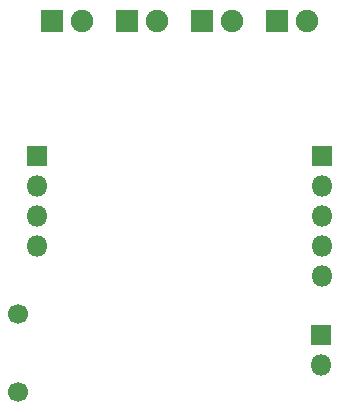
<source format=gbs>
%TF.GenerationSoftware,KiCad,Pcbnew,4.0.7*%
%TF.CreationDate,2018-02-09T12:23:56+01:00*%
%TF.ProjectId,Metronome,4D6574726F6E6F6D652E6B696361645F,1.0*%
%TF.FileFunction,Soldermask,Bot*%
%FSLAX46Y46*%
G04 Gerber Fmt 4.6, Leading zero omitted, Abs format (unit mm)*
G04 Created by KiCad (PCBNEW 4.0.7) date 02/09/18 12:23:56*
%MOMM*%
%LPD*%
G01*
G04 APERTURE LIST*
%ADD10C,0.127000*%
%ADD11C,1.700000*%
%ADD12R,1.800000X1.800000*%
%ADD13O,1.800000X1.800000*%
%ADD14R,1.900000X1.900000*%
%ADD15C,1.900000*%
G04 APERTURE END LIST*
D10*
D11*
X131851400Y-103837200D03*
X131851400Y-110437200D03*
D12*
X157568900Y-90436700D03*
D13*
X157568900Y-92976700D03*
X157568900Y-95516700D03*
X157568900Y-98056700D03*
X157568900Y-100596700D03*
D14*
X134708900Y-79006700D03*
D15*
X137248900Y-79006700D03*
D14*
X141058900Y-79006700D03*
D15*
X143598900Y-79006700D03*
D14*
X147408900Y-79006700D03*
D15*
X149948900Y-79006700D03*
D14*
X153758900Y-79006700D03*
D15*
X156298900Y-79006700D03*
D12*
X157505400Y-105613200D03*
D13*
X157505400Y-108153200D03*
D12*
X133438900Y-90436700D03*
D13*
X133438900Y-92976700D03*
X133438900Y-95516700D03*
X133438900Y-98056700D03*
M02*

</source>
